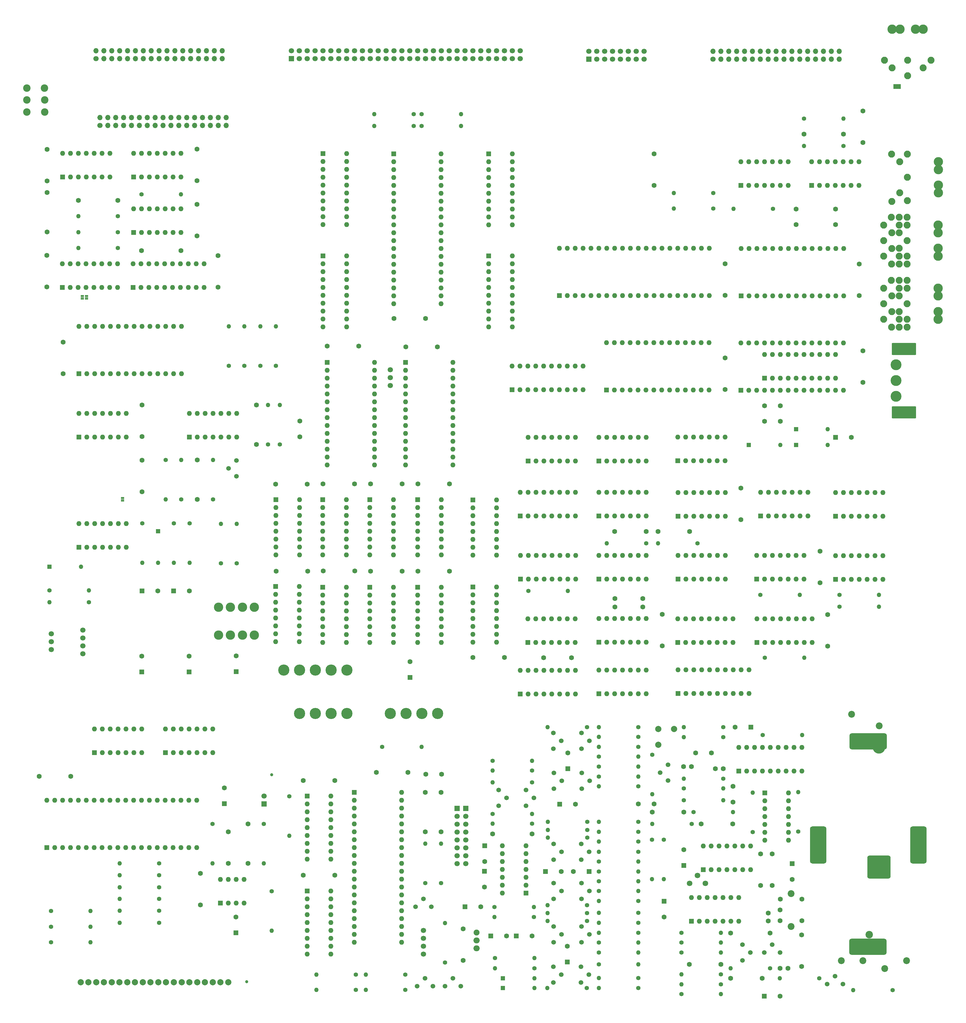
<source format=gbr>
%TF.GenerationSoftware,KiCad,Pcbnew,9.0.6*%
%TF.CreationDate,2025-11-01T23:52:33+00:00*%
%TF.ProjectId,EinsteinTC01,45696e73-7465-4696-9e54-4330312e6b69,rev?*%
%TF.SameCoordinates,Original*%
%TF.FileFunction,Soldermask,Top*%
%TF.FilePolarity,Negative*%
%FSLAX46Y46*%
G04 Gerber Fmt 4.6, Leading zero omitted, Abs format (unit mm)*
G04 Created by KiCad (PCBNEW 9.0.6) date 2025-11-01 23:52:33*
%MOMM*%
%LPD*%
G01*
G04 APERTURE LIST*
G04 Aperture macros list*
%AMRoundRect*
0 Rectangle with rounded corners*
0 $1 Rounding radius*
0 $2 $3 $4 $5 $6 $7 $8 $9 X,Y pos of 4 corners*
0 Add a 4 corners polygon primitive as box body*
4,1,4,$2,$3,$4,$5,$6,$7,$8,$9,$2,$3,0*
0 Add four circle primitives for the rounded corners*
1,1,$1+$1,$2,$3*
1,1,$1+$1,$4,$5*
1,1,$1+$1,$6,$7*
1,1,$1+$1,$8,$9*
0 Add four rect primitives between the rounded corners*
20,1,$1+$1,$2,$3,$4,$5,0*
20,1,$1+$1,$4,$5,$6,$7,0*
20,1,$1+$1,$6,$7,$8,$9,0*
20,1,$1+$1,$8,$9,$2,$3,0*%
G04 Aperture macros list end*
%ADD10C,1.600000*%
%ADD11C,1.700000*%
%ADD12O,1.700000X1.700000*%
%ADD13R,1.600000X1.600000*%
%ADD14O,1.600000X1.600000*%
%ADD15R,1.700000X1.700000*%
%ADD16C,1.400000*%
%ADD17O,1.400000X1.400000*%
%ADD18R,1.000000X0.600000*%
%ADD19C,1.500000*%
%ADD20C,1.000000*%
%ADD21R,1.400000X1.400000*%
%ADD22C,3.600000*%
%ADD23C,2.250000*%
%ADD24C,3.000000*%
%ADD25C,2.200000*%
%ADD26C,1.800000*%
%ADD27C,1.905000*%
%ADD28O,2.000000X1.905000*%
%ADD29C,2.400000*%
%ADD30RoundRect,0.787500X5.212500X1.837500X-5.212500X1.837500X-5.212500X-1.837500X5.212500X-1.837500X0*%
%ADD31RoundRect,0.781250X2.968750X2.968750X-2.968750X2.968750X-2.968750X-2.968750X2.968750X-2.968750X0*%
%ADD32RoundRect,0.787500X1.837500X-5.212500X1.837500X5.212500X-1.837500X5.212500X-1.837500X-5.212500X0*%
%ADD33C,4.000000*%
%ADD34R,1.000000X1.500000*%
%ADD35C,2.000000*%
%ADD36C,3.500000*%
%ADD37RoundRect,0.275000X-3.650000X1.650000X-3.650000X-1.650000X3.650000X-1.650000X3.650000X1.650000X0*%
G04 APERTURE END LIST*
%TO.C,JP3*%
G36*
X113825000Y-109625000D02*
G01*
X112825000Y-109625000D01*
X112825000Y-109925000D01*
X113825000Y-109925000D01*
X113825000Y-109625000D01*
G37*
%TO.C,JP1*%
G36*
X124400000Y-174975000D02*
G01*
X125400000Y-174975000D01*
X125400000Y-174675000D01*
X124400000Y-174675000D01*
X124400000Y-174975000D01*
G37*
%TO.C,JP6*%
G36*
X374100000Y-41175000D02*
G01*
X374400000Y-41175000D01*
X374400000Y-42675000D01*
X374100000Y-42675000D01*
X374100000Y-41175000D01*
G37*
%TO.C,JP2*%
G36*
X112425000Y-109625000D02*
G01*
X111425000Y-109625000D01*
X111425000Y-109925000D01*
X112425000Y-109925000D01*
X112425000Y-109625000D01*
G37*
%TD*%
D10*
%TO.C,C5*%
X158930000Y-292070000D03*
X158930000Y-281910000D03*
%TD*%
D11*
%TO.C,M1*%
X314980000Y-33080000D03*
D12*
X314980000Y-30540000D03*
X317520000Y-33080000D03*
X317520000Y-30540000D03*
X320060000Y-33080000D03*
X320060000Y-30540000D03*
X322600000Y-33080000D03*
X322600000Y-30540000D03*
X325140000Y-33080000D03*
X325140000Y-30540000D03*
X327680000Y-33080000D03*
X327680000Y-30540000D03*
X330220000Y-33080000D03*
X330220000Y-30540000D03*
X332760000Y-33080000D03*
X332760000Y-30540000D03*
X335300000Y-33080000D03*
X335300000Y-30540000D03*
X337840000Y-33080000D03*
X337840000Y-30540000D03*
X340380000Y-33080000D03*
X340380000Y-30540000D03*
X342920000Y-33080000D03*
X342920000Y-30540000D03*
X345460000Y-33080000D03*
X345460000Y-30540000D03*
X348000000Y-33080000D03*
X348000000Y-30540000D03*
X350540000Y-33080000D03*
X350540000Y-30540000D03*
X353080000Y-33080000D03*
X353080000Y-30540000D03*
X355620000Y-33080000D03*
X355620000Y-30540000D03*
%TD*%
D13*
%TO.C,I26*%
X252920000Y-180170000D03*
D14*
X255460000Y-180170000D03*
X258000000Y-180170000D03*
X260540000Y-180170000D03*
X263080000Y-180170000D03*
X265620000Y-180170000D03*
X268160000Y-180170000D03*
X270700000Y-180170000D03*
X270700000Y-172550000D03*
X268160000Y-172550000D03*
X265620000Y-172550000D03*
X263080000Y-172550000D03*
X260540000Y-172550000D03*
X258000000Y-172550000D03*
X255460000Y-172550000D03*
X252920000Y-172550000D03*
%TD*%
D15*
%TO.C,M101*%
X235360000Y-274297500D03*
D11*
X235360000Y-276837500D03*
X235360000Y-279377500D03*
X235360000Y-281917500D03*
X235360000Y-284457500D03*
X235360000Y-286997500D03*
X235360000Y-289537500D03*
X235360000Y-292077500D03*
%TD*%
D16*
%TO.C,R61*%
X172900000Y-301000000D03*
D17*
X172900000Y-313700000D03*
%TD*%
D13*
%TO.C,I66*%
X255390000Y-220870000D03*
D14*
X257930000Y-220870000D03*
X260470000Y-220870000D03*
X263010000Y-220870000D03*
X265550000Y-220870000D03*
X268090000Y-220870000D03*
X270630000Y-220870000D03*
X270630000Y-213250000D03*
X268090000Y-213250000D03*
X265550000Y-213250000D03*
X263010000Y-213250000D03*
X260470000Y-213250000D03*
X257930000Y-213250000D03*
X255390000Y-213250000D03*
%TD*%
D18*
%TO.C,JP3*%
X113325000Y-109325000D03*
X113325000Y-110225000D03*
%TD*%
D19*
%TO.C,Q116*%
X272615000Y-312370000D03*
X275155000Y-314910000D03*
X272615000Y-317450000D03*
%TD*%
D16*
%TO.C,R24*%
X215930000Y-332770000D03*
D17*
X203230000Y-332770000D03*
%TD*%
D16*
%TO.C,R175*%
X318280000Y-251370000D03*
D17*
X305580000Y-251370000D03*
%TD*%
D13*
%TO.C,I6*%
X237700000Y-203070000D03*
D14*
X237700000Y-205610000D03*
X237700000Y-208150000D03*
X237700000Y-210690000D03*
X237700000Y-213230000D03*
X237700000Y-215770000D03*
X237700000Y-218310000D03*
X237700000Y-220850000D03*
X245320000Y-220850000D03*
X245320000Y-218310000D03*
X245320000Y-215770000D03*
X245320000Y-213230000D03*
X245320000Y-210690000D03*
X245320000Y-208150000D03*
X245320000Y-205610000D03*
X245320000Y-203070000D03*
%TD*%
D10*
%TO.C,C45*%
X351880000Y-222090000D03*
X351880000Y-211930000D03*
%TD*%
%TO.C,C3*%
X149990000Y-305390000D03*
X149990000Y-295230000D03*
%TD*%
D13*
%TO.C,I3*%
X242730000Y-63590000D03*
D14*
X242730000Y-66130000D03*
X242730000Y-68670000D03*
X242730000Y-71210000D03*
X242730000Y-73750000D03*
X242730000Y-76290000D03*
X242730000Y-78830000D03*
X242730000Y-81370000D03*
X242730000Y-83910000D03*
X242730000Y-86450000D03*
X250350000Y-86450000D03*
X250350000Y-83910000D03*
X250350000Y-81370000D03*
X250350000Y-78830000D03*
X250350000Y-76290000D03*
X250350000Y-73750000D03*
X250350000Y-71210000D03*
X250350000Y-68670000D03*
X250350000Y-66130000D03*
X250350000Y-63590000D03*
%TD*%
D10*
%TO.C,C46*%
X298650000Y-222000000D03*
X298650000Y-211840000D03*
%TD*%
%TO.C,C52*%
X318860000Y-139460000D03*
X318860000Y-129300000D03*
%TD*%
D13*
%TO.C,I32*%
X330320000Y-180188000D03*
D14*
X332860000Y-180188000D03*
X335400000Y-180188000D03*
X337940000Y-180188000D03*
X340480000Y-180188000D03*
X343020000Y-180188000D03*
X345560000Y-180188000D03*
X345560000Y-172568000D03*
X343020000Y-172568000D03*
X340480000Y-172568000D03*
X337940000Y-172568000D03*
X335400000Y-172568000D03*
X332860000Y-172568000D03*
X330320000Y-172568000D03*
%TD*%
D20*
%TO.C,TP2*%
X172925000Y-263525000D03*
%TD*%
D21*
%TO.C,D2*%
X341730000Y-157330000D03*
D17*
X351890000Y-157330000D03*
%TD*%
D16*
%TO.C,R13*%
X136680000Y-299710000D03*
D17*
X123980000Y-299710000D03*
%TD*%
D13*
%TO.C,I52*%
X110870000Y-190250000D03*
D14*
X113410000Y-190250000D03*
X115950000Y-190250000D03*
X118490000Y-190250000D03*
X121030000Y-190250000D03*
X123570000Y-190250000D03*
X126110000Y-190250000D03*
X126110000Y-182630000D03*
X123570000Y-182630000D03*
X121030000Y-182630000D03*
X118490000Y-182630000D03*
X115950000Y-182630000D03*
X113410000Y-182630000D03*
X110870000Y-182630000D03*
%TD*%
D16*
%TO.C,R22*%
X200010000Y-332770000D03*
D17*
X187310000Y-332770000D03*
%TD*%
D16*
%TO.C,R19*%
X228720000Y-323980000D03*
D17*
X228720000Y-311280000D03*
%TD*%
D10*
%TO.C,X100*%
X314440000Y-256450000D03*
X309360000Y-256450000D03*
%TD*%
D19*
%TO.C,Q111*%
X272500000Y-325270000D03*
X275040000Y-327810000D03*
X272500000Y-330350000D03*
%TD*%
D10*
%TO.C,C35*%
X199610000Y-169870000D03*
X189450000Y-169870000D03*
%TD*%
%TO.C,X2*%
X181970000Y-154710000D03*
X181970000Y-149630000D03*
%TD*%
D16*
%TO.C,R36*%
X143830000Y-174880000D03*
D17*
X143830000Y-162180000D03*
%TD*%
D16*
%TO.C,R23*%
X200010000Y-327840000D03*
D17*
X187310000Y-327840000D03*
%TD*%
D13*
%TO.C,I38*%
X199540000Y-269170000D03*
D14*
X199540000Y-271710000D03*
X199540000Y-274250000D03*
X199540000Y-276790000D03*
X199540000Y-279330000D03*
X199540000Y-281870000D03*
X199540000Y-284410000D03*
X199540000Y-286950000D03*
X199540000Y-289490000D03*
X199540000Y-292030000D03*
X199540000Y-294570000D03*
X199540000Y-297110000D03*
X199540000Y-299650000D03*
X199540000Y-302190000D03*
X199540000Y-304730000D03*
X199540000Y-307270000D03*
X199540000Y-309810000D03*
X199540000Y-312350000D03*
X199540000Y-314890000D03*
X199540000Y-317430000D03*
X214780000Y-317430000D03*
X214780000Y-314890000D03*
X214780000Y-312350000D03*
X214780000Y-309810000D03*
X214780000Y-307270000D03*
X214780000Y-304730000D03*
X214780000Y-302190000D03*
X214780000Y-299650000D03*
X214780000Y-297110000D03*
X214780000Y-294570000D03*
X214780000Y-292030000D03*
X214780000Y-289490000D03*
X214780000Y-286950000D03*
X214780000Y-284410000D03*
X214780000Y-281870000D03*
X214780000Y-279330000D03*
X214780000Y-276790000D03*
X214780000Y-274250000D03*
X214780000Y-271710000D03*
X214780000Y-269170000D03*
%TD*%
D18*
%TO.C,JP1*%
X124900000Y-175275000D03*
X124900000Y-174375000D03*
%TD*%
D16*
%TO.C,R128*%
X290930000Y-278660000D03*
D17*
X278230000Y-278660000D03*
%TD*%
D16*
%TO.C,R142*%
X290930000Y-288280000D03*
D17*
X278230000Y-288280000D03*
%TD*%
D13*
%TO.C,C25*%
X141370000Y-204330000D03*
D10*
X146450000Y-204330000D03*
%TD*%
D13*
%TO.C,I21*%
X303710000Y-200540000D03*
D14*
X306250000Y-200540000D03*
X308790000Y-200540000D03*
X311330000Y-200540000D03*
X313870000Y-200540000D03*
X316410000Y-200540000D03*
X318950000Y-200540000D03*
X318950000Y-192920000D03*
X316410000Y-192920000D03*
X313870000Y-192920000D03*
X311330000Y-192920000D03*
X308790000Y-192920000D03*
X306250000Y-192920000D03*
X303710000Y-192920000D03*
%TD*%
D21*
%TO.C,D3*%
X326460000Y-157330000D03*
D17*
X336620000Y-157330000D03*
%TD*%
D10*
%TO.C,C122*%
X332800000Y-308050000D03*
X332800000Y-310590000D03*
%TD*%
D16*
%TO.C,R40*%
X161620000Y-195405000D03*
D17*
X161620000Y-182705000D03*
%TD*%
D19*
%TO.C,Q120*%
X263690000Y-312370000D03*
X266230000Y-314910000D03*
X263690000Y-317450000D03*
%TD*%
D22*
%TO.C,M8*%
X181870000Y-243770000D03*
X186950000Y-243770000D03*
X192030000Y-243770000D03*
X197110000Y-243770000D03*
%TD*%
D16*
%TO.C,R143*%
X278260000Y-257680000D03*
D17*
X290960000Y-257680000D03*
%TD*%
D13*
%TO.C,I37*%
X156400000Y-304790000D03*
D14*
X158940000Y-304790000D03*
X161480000Y-304790000D03*
X164020000Y-304790000D03*
X164020000Y-297170000D03*
X161480000Y-297170000D03*
X158940000Y-297170000D03*
X156400000Y-297170000D03*
%TD*%
D13*
%TO.C,I17*%
X255460000Y-162470000D03*
D14*
X258000000Y-162470000D03*
X260540000Y-162470000D03*
X263080000Y-162470000D03*
X265620000Y-162470000D03*
X268160000Y-162470000D03*
X270700000Y-162470000D03*
X270700000Y-154850000D03*
X268160000Y-154850000D03*
X265620000Y-154850000D03*
X263080000Y-154850000D03*
X260540000Y-154850000D03*
X258000000Y-154850000D03*
X255460000Y-154850000D03*
%TD*%
D21*
%TO.C,D4*%
X136310000Y-185070000D03*
D17*
X136310000Y-195230000D03*
%TD*%
D16*
%TO.C,R10*%
X101900000Y-317420000D03*
D17*
X114600000Y-317420000D03*
%TD*%
D16*
%TO.C,R2*%
X218600000Y-50820000D03*
D17*
X205900000Y-50820000D03*
%TD*%
D16*
%TO.C,R167*%
X308130000Y-279350000D03*
D17*
X295430000Y-279350000D03*
%TD*%
D16*
%TO.C,R30*%
X169240000Y-131850000D03*
D17*
X169240000Y-119150000D03*
%TD*%
D10*
%TO.C,C41*%
X323980000Y-181410000D03*
X323980000Y-171250000D03*
%TD*%
D13*
%TO.C,I40*%
X184330000Y-270390000D03*
D14*
X184330000Y-272930000D03*
X184330000Y-275470000D03*
X184330000Y-278010000D03*
X184330000Y-280550000D03*
X184330000Y-283090000D03*
X184330000Y-285630000D03*
X184330000Y-288170000D03*
X184330000Y-290710000D03*
X191950000Y-290710000D03*
X191950000Y-288170000D03*
X191950000Y-285630000D03*
X191950000Y-283090000D03*
X191950000Y-280550000D03*
X191950000Y-278010000D03*
X191950000Y-275470000D03*
X191950000Y-272930000D03*
X191950000Y-270390000D03*
%TD*%
D13*
%TO.C,I54*%
X278280000Y-220860000D03*
D14*
X280820000Y-220860000D03*
X283360000Y-220860000D03*
X285900000Y-220860000D03*
X288440000Y-220860000D03*
X290980000Y-220860000D03*
X293520000Y-220860000D03*
X293520000Y-213240000D03*
X290980000Y-213240000D03*
X288440000Y-213240000D03*
X285900000Y-213240000D03*
X283360000Y-213240000D03*
X280820000Y-213240000D03*
X278280000Y-213240000D03*
%TD*%
D10*
%TO.C,C120*%
X333390000Y-314450000D03*
X320690000Y-314450000D03*
%TD*%
D16*
%TO.C,R14*%
X136680000Y-295850000D03*
D17*
X123980000Y-295850000D03*
%TD*%
D13*
%TO.C,I15*%
X174270000Y-174970000D03*
D14*
X174270000Y-177510000D03*
X174270000Y-180050000D03*
X174270000Y-182590000D03*
X174270000Y-185130000D03*
X174270000Y-187670000D03*
X174270000Y-190210000D03*
X174270000Y-192750000D03*
X181890000Y-192750000D03*
X181890000Y-190210000D03*
X181890000Y-187670000D03*
X181890000Y-185130000D03*
X181890000Y-182590000D03*
X181890000Y-180050000D03*
X181890000Y-177510000D03*
X181890000Y-174970000D03*
%TD*%
D13*
%TO.C,I5*%
X242750000Y-96470000D03*
D14*
X242750000Y-99010000D03*
X242750000Y-101550000D03*
X242750000Y-104090000D03*
X242750000Y-106630000D03*
X242750000Y-109170000D03*
X242750000Y-111710000D03*
X242750000Y-114250000D03*
X242750000Y-116790000D03*
X242750000Y-119330000D03*
X250370000Y-119330000D03*
X250370000Y-116790000D03*
X250370000Y-114250000D03*
X250370000Y-111710000D03*
X250370000Y-109170000D03*
X250370000Y-106630000D03*
X250370000Y-104090000D03*
X250370000Y-101550000D03*
X250370000Y-99010000D03*
X250370000Y-96470000D03*
%TD*%
D10*
%TO.C,C28*%
X131160000Y-154640000D03*
X131160000Y-144480000D03*
%TD*%
D19*
%TO.C,Q1*%
X228710000Y-331570000D03*
X231250000Y-329030000D03*
X233790000Y-331570000D03*
%TD*%
D11*
%TO.C,M12*%
X101960000Y-218110000D03*
X101960000Y-220650000D03*
X101960000Y-223190000D03*
%TD*%
D10*
%TO.C,J50*%
X283440000Y-206790000D03*
X292400000Y-206790000D03*
%TD*%
D13*
%TO.C,C112*%
X261080000Y-294660000D03*
D10*
X266160000Y-294660000D03*
%TD*%
%TO.C,C33*%
X214870000Y-169870000D03*
X204710000Y-169870000D03*
%TD*%
D21*
%TO.C,D1*%
X341730000Y-152260000D03*
D17*
X351890000Y-152260000D03*
%TD*%
D16*
%TO.C,R56*%
X123360000Y-83700000D03*
D17*
X110660000Y-83700000D03*
%TD*%
D13*
%TO.C,I58*%
X280710000Y-139640000D03*
D14*
X283250000Y-139640000D03*
X285790000Y-139640000D03*
X288330000Y-139640000D03*
X290870000Y-139640000D03*
X293410000Y-139640000D03*
X295950000Y-139640000D03*
X298490000Y-139640000D03*
X301030000Y-139640000D03*
X303570000Y-139640000D03*
X306110000Y-139640000D03*
X308650000Y-139640000D03*
X311190000Y-139640000D03*
X313730000Y-139640000D03*
X313730000Y-124400000D03*
X311190000Y-124400000D03*
X308650000Y-124400000D03*
X306110000Y-124400000D03*
X303570000Y-124400000D03*
X301030000Y-124400000D03*
X298490000Y-124400000D03*
X295950000Y-124400000D03*
X293410000Y-124400000D03*
X290870000Y-124400000D03*
X288330000Y-124400000D03*
X285790000Y-124400000D03*
X283250000Y-124400000D03*
X280710000Y-124400000D03*
%TD*%
D16*
%TO.C,R101*%
X257510000Y-325800000D03*
D17*
X244810000Y-325800000D03*
%TD*%
D10*
%TO.C,C40*%
X295990000Y-73800000D03*
X295990000Y-63640000D03*
%TD*%
D16*
%TO.C,R168*%
X330970000Y-250720000D03*
D17*
X343670000Y-250720000D03*
%TD*%
D10*
%TO.C,C106*%
X244040000Y-282510000D03*
X256740000Y-282510000D03*
%TD*%
D23*
%TO.C,M16*%
X370170000Y-33435000D03*
X372670000Y-35935000D03*
X377670000Y-33435000D03*
X382670000Y-35935000D03*
X385170000Y-33435000D03*
X377670000Y-38435000D03*
D24*
X372670000Y-23435000D03*
X375170000Y-23435000D03*
X380170000Y-23435000D03*
X382670000Y-23435000D03*
%TD*%
D23*
%TO.C,M15*%
X377450000Y-84035000D03*
X377450000Y-86535000D03*
X369950000Y-86535000D03*
X377450000Y-91535000D03*
X369950000Y-91535000D03*
X377450000Y-96535000D03*
X369950000Y-96535000D03*
X377450000Y-99035000D03*
X374950000Y-86535000D03*
X374950000Y-89035000D03*
X372570000Y-89035000D03*
X374950000Y-94035000D03*
X372570000Y-94055000D03*
X374950000Y-96535000D03*
X374950000Y-84035000D03*
X372430000Y-84035000D03*
X374950000Y-99035000D03*
X372450000Y-99035000D03*
D24*
X387450000Y-86535000D03*
X387450000Y-89035000D03*
X387450000Y-94035000D03*
X387450000Y-96535000D03*
%TD*%
D16*
%TO.C,R123*%
X290930000Y-332180000D03*
D17*
X278230000Y-332180000D03*
%TD*%
D16*
%TO.C,R161*%
X317520000Y-327720000D03*
D17*
X304820000Y-327720000D03*
%TD*%
D10*
%TO.C,C70*%
X143675000Y-94725000D03*
X130975000Y-94725000D03*
%TD*%
D21*
%TO.C,D101*%
X247350000Y-329000000D03*
D17*
X257510000Y-329000000D03*
%TD*%
D13*
%TO.C,I103*%
X308010000Y-310660000D03*
D14*
X310550000Y-310660000D03*
X313090000Y-310660000D03*
X315630000Y-310660000D03*
X318170000Y-310660000D03*
X320710000Y-310660000D03*
X323250000Y-310660000D03*
X323250000Y-303040000D03*
X320710000Y-303040000D03*
X318170000Y-303040000D03*
X315630000Y-303040000D03*
X313090000Y-303040000D03*
X310550000Y-303040000D03*
X308010000Y-303040000D03*
%TD*%
D13*
%TO.C,I14*%
X189350000Y-203110000D03*
D14*
X189350000Y-205650000D03*
X189350000Y-208190000D03*
X189350000Y-210730000D03*
X189350000Y-213270000D03*
X189350000Y-215810000D03*
X189350000Y-218350000D03*
X189350000Y-220890000D03*
X196970000Y-220890000D03*
X196970000Y-218350000D03*
X196970000Y-215810000D03*
X196970000Y-213270000D03*
X196970000Y-210730000D03*
X196970000Y-208190000D03*
X196970000Y-205650000D03*
X196970000Y-203110000D03*
%TD*%
D19*
%TO.C,Q109*%
X254795000Y-268390000D03*
X257335000Y-270930000D03*
X254795000Y-273470000D03*
%TD*%
D10*
%TO.C,J52*%
X269440000Y-225800000D03*
X260480000Y-225800000D03*
%TD*%
D19*
%TO.C,Q113*%
X263685000Y-298420000D03*
X266225000Y-300960000D03*
X263685000Y-303500000D03*
%TD*%
D16*
%TO.C,R157*%
X290960000Y-248140000D03*
D17*
X278260000Y-248140000D03*
%TD*%
D16*
%TO.C,R52*%
X114060000Y-207950000D03*
D17*
X101360000Y-207950000D03*
%TD*%
D11*
%TO.C,M17*%
X112100000Y-216930000D03*
X112100000Y-219470000D03*
X112100000Y-222010000D03*
X112100000Y-224550000D03*
%TD*%
D13*
%TO.C,I102*%
X331630000Y-269380000D03*
D14*
X331630000Y-271920000D03*
X331630000Y-274460000D03*
X331630000Y-277000000D03*
X331630000Y-279540000D03*
X331630000Y-282080000D03*
X331630000Y-284620000D03*
X339250000Y-284620000D03*
X339250000Y-282080000D03*
X339250000Y-279540000D03*
X339250000Y-277000000D03*
X339250000Y-274460000D03*
X339250000Y-271920000D03*
X339250000Y-269380000D03*
%TD*%
D10*
%TO.C,C128*%
X343560000Y-315090000D03*
X343560000Y-325250000D03*
%TD*%
D13*
%TO.C,C121*%
X327160000Y-248180000D03*
D10*
X322080000Y-248180000D03*
%TD*%
D13*
%TO.C,I7*%
X237710000Y-175050000D03*
D14*
X237710000Y-177590000D03*
X237710000Y-180130000D03*
X237710000Y-182670000D03*
X237710000Y-185210000D03*
X237710000Y-187750000D03*
X237710000Y-190290000D03*
X237710000Y-192830000D03*
X245330000Y-192830000D03*
X245330000Y-190290000D03*
X245330000Y-187750000D03*
X245330000Y-185210000D03*
X245330000Y-182670000D03*
X245330000Y-180130000D03*
X245330000Y-177590000D03*
X245330000Y-175050000D03*
%TD*%
D16*
%TO.C,R172*%
X299160000Y-284440000D03*
D17*
X299160000Y-297140000D03*
%TD*%
D13*
%TO.C,C6*%
X157670000Y-272840000D03*
D10*
X157670000Y-267760000D03*
%TD*%
D15*
%TO.C,M100*%
X232600000Y-274297500D03*
D11*
X232600000Y-276837500D03*
X232600000Y-279377500D03*
X232600000Y-281917500D03*
X232600000Y-284457500D03*
X232600000Y-286997500D03*
X232600000Y-289537500D03*
X232600000Y-292077500D03*
%TD*%
D10*
%TO.C,C130*%
X315740000Y-261580000D03*
X318280000Y-261580000D03*
%TD*%
%TO.C,C1*%
X283330000Y-185210000D03*
X293490000Y-185210000D03*
%TD*%
D16*
%TO.C,R60*%
X178620000Y-270400000D03*
D17*
X178620000Y-283100000D03*
%TD*%
D10*
%TO.C,C60*%
X148830000Y-72220000D03*
X148830000Y-62060000D03*
%TD*%
%TO.C,C54*%
X363240000Y-137150000D03*
X363240000Y-126990000D03*
%TD*%
%TO.C,C15*%
X356960000Y-57290000D03*
X344260000Y-57290000D03*
%TD*%
%TO.C,L101*%
X343600000Y-310520000D03*
X336575000Y-307020000D03*
X336625000Y-303520000D03*
X343600000Y-303520000D03*
X336600000Y-310520000D03*
D25*
X340100000Y-312370000D03*
X340100000Y-301770000D03*
%TD*%
D16*
%TO.C,R138*%
X278230000Y-317500000D03*
D17*
X290930000Y-317500000D03*
%TD*%
D16*
%TO.C,R166*%
X308750000Y-275550000D03*
D17*
X321450000Y-275550000D03*
%TD*%
D10*
%TO.C,X1*%
X222510000Y-263360000D03*
X227590000Y-263360000D03*
%TD*%
%TO.C,C17*%
X354440000Y-86390000D03*
X341740000Y-86390000D03*
%TD*%
D19*
%TO.C,Q114*%
X263760000Y-262890000D03*
X266300000Y-265430000D03*
X263760000Y-267970000D03*
%TD*%
D13*
%TO.C,C108*%
X251620000Y-315410000D03*
D10*
X256700000Y-315410000D03*
%TD*%
%TO.C,C56*%
X193240000Y-265320000D03*
X183080000Y-265320000D03*
%TD*%
D19*
%TO.C,Q123*%
X324460000Y-318160000D03*
X327000000Y-320700000D03*
X324460000Y-323240000D03*
%TD*%
D16*
%TO.C,R26*%
X227440000Y-298410000D03*
D17*
X227440000Y-285710000D03*
%TD*%
D13*
%TO.C,I22*%
X278250000Y-162470000D03*
D14*
X280790000Y-162470000D03*
X283330000Y-162470000D03*
X285870000Y-162470000D03*
X288410000Y-162470000D03*
X290950000Y-162470000D03*
X293490000Y-162470000D03*
X293490000Y-154850000D03*
X290950000Y-154850000D03*
X288410000Y-154850000D03*
X285870000Y-154850000D03*
X283330000Y-154850000D03*
X280790000Y-154850000D03*
X278250000Y-154850000D03*
%TD*%
D23*
%TO.C,M13*%
X372490000Y-63650000D03*
X372570000Y-78890000D03*
X377570000Y-71150000D03*
X375070000Y-76150000D03*
X375070000Y-66150000D03*
X377570000Y-63650000D03*
X377570000Y-78650000D03*
D24*
X387570000Y-66150000D03*
X387570000Y-68650000D03*
X387570000Y-73650000D03*
X387570000Y-76150000D03*
%TD*%
D16*
%TO.C,R15*%
X136680000Y-292050000D03*
D17*
X123980000Y-292050000D03*
%TD*%
D13*
%TO.C,I16*%
X174220000Y-202900000D03*
D14*
X174220000Y-205440000D03*
X174220000Y-207980000D03*
X174220000Y-210520000D03*
X174220000Y-213060000D03*
X174220000Y-215600000D03*
X174220000Y-218140000D03*
X174220000Y-220680000D03*
X181840000Y-220680000D03*
X181840000Y-218140000D03*
X181840000Y-215600000D03*
X181840000Y-213060000D03*
X181840000Y-210520000D03*
X181840000Y-207980000D03*
X181840000Y-205440000D03*
X181840000Y-202900000D03*
%TD*%
D10*
%TO.C,M50*%
X363210000Y-59960000D03*
X363210000Y-49800000D03*
%TD*%
D19*
%TO.C,Q2*%
X219760000Y-331570000D03*
X222300000Y-329030000D03*
X224840000Y-331570000D03*
%TD*%
D13*
%TO.C,I57*%
X303700000Y-237300000D03*
D14*
X306240000Y-237300000D03*
X308780000Y-237300000D03*
X311320000Y-237300000D03*
X313860000Y-237300000D03*
X316400000Y-237300000D03*
X318940000Y-237300000D03*
X321480000Y-237300000D03*
X324020000Y-237300000D03*
X326560000Y-237300000D03*
X326560000Y-229680000D03*
X324020000Y-229680000D03*
X321480000Y-229680000D03*
X318940000Y-229680000D03*
X316400000Y-229680000D03*
X313860000Y-229680000D03*
X311320000Y-229680000D03*
X308780000Y-229680000D03*
X306240000Y-229680000D03*
X303700000Y-229680000D03*
%TD*%
D13*
%TO.C,I48*%
X110870000Y-154780000D03*
D14*
X113410000Y-154780000D03*
X115950000Y-154780000D03*
X118490000Y-154780000D03*
X121030000Y-154780000D03*
X123570000Y-154780000D03*
X126110000Y-154780000D03*
X126110000Y-147160000D03*
X123570000Y-147160000D03*
X121030000Y-147160000D03*
X118490000Y-147160000D03*
X115950000Y-147160000D03*
X113410000Y-147160000D03*
X110870000Y-147160000D03*
%TD*%
D13*
%TO.C,C23*%
X146350000Y-230350000D03*
D10*
X146350000Y-225270000D03*
%TD*%
D13*
%TO.C,I41*%
X184330000Y-300950000D03*
D14*
X184330000Y-303490000D03*
X184330000Y-306030000D03*
X184330000Y-308570000D03*
X184330000Y-311110000D03*
X184330000Y-313650000D03*
X184330000Y-316190000D03*
X184330000Y-318730000D03*
X184330000Y-321270000D03*
X191950000Y-321270000D03*
X191950000Y-318730000D03*
X191950000Y-316190000D03*
X191950000Y-313650000D03*
X191950000Y-311110000D03*
X191950000Y-308570000D03*
X191950000Y-306030000D03*
X191950000Y-303490000D03*
X191950000Y-300950000D03*
%TD*%
D10*
%TO.C,C48*%
X100490000Y-106470000D03*
X100490000Y-96310000D03*
%TD*%
D13*
%TO.C,I8*%
X219900000Y-174970000D03*
D14*
X219900000Y-177510000D03*
X219900000Y-180050000D03*
X219900000Y-182590000D03*
X219900000Y-185130000D03*
X219900000Y-187670000D03*
X219900000Y-190210000D03*
X219900000Y-192750000D03*
X227520000Y-192750000D03*
X227520000Y-190210000D03*
X227520000Y-187670000D03*
X227520000Y-185130000D03*
X227520000Y-182590000D03*
X227520000Y-180050000D03*
X227520000Y-177510000D03*
X227520000Y-174970000D03*
%TD*%
D16*
%TO.C,R177*%
X349200000Y-328990000D03*
D17*
X336500000Y-328990000D03*
%TD*%
D16*
%TO.C,R144*%
X290960000Y-254500000D03*
D17*
X278260000Y-254500000D03*
%TD*%
D19*
%TO.C,Q108*%
X245985000Y-268390000D03*
X248525000Y-270930000D03*
X245985000Y-273470000D03*
%TD*%
D16*
%TO.C,R160*%
X327730000Y-281990000D03*
D17*
X327730000Y-269290000D03*
%TD*%
D10*
%TO.C,C50*%
X155650000Y-106520000D03*
X155650000Y-96360000D03*
%TD*%
D24*
%TO.C,M51*%
X155810000Y-218530000D03*
X159620000Y-218530000D03*
X163480000Y-218530000D03*
X167340000Y-218530000D03*
X167340000Y-209570000D03*
X163480000Y-209570000D03*
X159620000Y-209570000D03*
X155810000Y-209570000D03*
%TD*%
D13*
%TO.C,I10*%
X219900000Y-203110000D03*
D14*
X219900000Y-205650000D03*
X219900000Y-208190000D03*
X219900000Y-210730000D03*
X219900000Y-213270000D03*
X219900000Y-215810000D03*
X219900000Y-218350000D03*
X219900000Y-220890000D03*
X227520000Y-220890000D03*
X227520000Y-218350000D03*
X227520000Y-215810000D03*
X227520000Y-213270000D03*
X227520000Y-210730000D03*
X227520000Y-208190000D03*
X227520000Y-205650000D03*
X227520000Y-203110000D03*
%TD*%
D16*
%TO.C,R7*%
X255510000Y-204280000D03*
D17*
X268210000Y-204280000D03*
%TD*%
D16*
%TO.C,R162*%
X304820000Y-320720000D03*
D17*
X317520000Y-320720000D03*
%TD*%
D10*
%TO.C,C114*%
X334060000Y-299130000D03*
X334060000Y-288970000D03*
%TD*%
D16*
%TO.C,R53*%
X146500000Y-182530000D03*
D17*
X146500000Y-195230000D03*
%TD*%
D13*
%TO.C,I13*%
X189350000Y-174970000D03*
D14*
X189350000Y-177510000D03*
X189350000Y-180050000D03*
X189350000Y-182590000D03*
X189350000Y-185130000D03*
X189350000Y-187670000D03*
X189350000Y-190210000D03*
X189350000Y-192750000D03*
X196970000Y-192750000D03*
X196970000Y-190210000D03*
X196970000Y-187670000D03*
X196970000Y-185130000D03*
X196970000Y-182590000D03*
X196970000Y-180050000D03*
X196970000Y-177510000D03*
X196970000Y-174970000D03*
%TD*%
D13*
%TO.C,I104*%
X311870000Y-294100000D03*
D14*
X314410000Y-294100000D03*
X316950000Y-294100000D03*
X319490000Y-294100000D03*
X322030000Y-294100000D03*
X324570000Y-294100000D03*
X327110000Y-294100000D03*
X327110000Y-286480000D03*
X324570000Y-286480000D03*
X322030000Y-286480000D03*
X319490000Y-286480000D03*
X316950000Y-286480000D03*
X314410000Y-286480000D03*
X311870000Y-286480000D03*
%TD*%
D16*
%TO.C,R148*%
X290930000Y-285020000D03*
D17*
X278230000Y-285020000D03*
%TD*%
D16*
%TO.C,R43*%
X131020000Y-76630000D03*
D17*
X143720000Y-76630000D03*
%TD*%
D16*
%TO.C,R133*%
X274440000Y-305460000D03*
D17*
X261740000Y-305460000D03*
%TD*%
D10*
%TO.C,C61*%
X100570000Y-72320000D03*
X100570000Y-62160000D03*
%TD*%
D16*
%TO.C,R170*%
X305580000Y-267910000D03*
D17*
X318280000Y-267910000D03*
%TD*%
D10*
%TO.C,C37*%
X184380000Y-169940000D03*
X174220000Y-169940000D03*
%TD*%
D16*
%TO.C,R173*%
X318280000Y-264750000D03*
D17*
X305580000Y-264750000D03*
%TD*%
D16*
%TO.C,R153*%
X290930000Y-307950000D03*
D17*
X278230000Y-307950000D03*
%TD*%
D13*
%TO.C,I42*%
X110880000Y-134410000D03*
D14*
X113420000Y-134410000D03*
X115960000Y-134410000D03*
X118500000Y-134410000D03*
X121040000Y-134410000D03*
X123580000Y-134410000D03*
X126120000Y-134410000D03*
X128660000Y-134410000D03*
X131200000Y-134410000D03*
X133740000Y-134410000D03*
X136280000Y-134410000D03*
X138820000Y-134410000D03*
X141360000Y-134410000D03*
X143900000Y-134410000D03*
X143900000Y-119170000D03*
X141360000Y-119170000D03*
X138820000Y-119170000D03*
X136280000Y-119170000D03*
X133740000Y-119170000D03*
X131200000Y-119170000D03*
X128660000Y-119170000D03*
X126120000Y-119170000D03*
X123580000Y-119170000D03*
X121040000Y-119170000D03*
X118500000Y-119170000D03*
X115960000Y-119170000D03*
X113420000Y-119170000D03*
X110880000Y-119170000D03*
%TD*%
D26*
%TO.C,R179*%
X307430000Y-298490000D03*
X309970000Y-295950000D03*
X312510000Y-298490000D03*
%TD*%
D19*
%TO.C,Q110*%
X263595000Y-325270000D03*
X266135000Y-327810000D03*
X263595000Y-330350000D03*
%TD*%
D13*
%TO.C,C132*%
X331470000Y-334780000D03*
D10*
X336550000Y-334780000D03*
%TD*%
D16*
%TO.C,R8*%
X101900000Y-312420000D03*
D17*
X114600000Y-312420000D03*
%TD*%
D13*
%TO.C,I51*%
X354410000Y-200570000D03*
D14*
X356950000Y-200570000D03*
X359490000Y-200570000D03*
X362030000Y-200570000D03*
X364570000Y-200570000D03*
X367110000Y-200570000D03*
X369650000Y-200570000D03*
X369650000Y-192950000D03*
X367110000Y-192950000D03*
X364570000Y-192950000D03*
X362030000Y-192950000D03*
X359490000Y-192950000D03*
X356950000Y-192950000D03*
X354410000Y-192950000D03*
%TD*%
D15*
%TO.C,M2*%
X275050000Y-33080000D03*
D11*
X275050000Y-30540000D03*
X277590000Y-33080000D03*
X277590000Y-30540000D03*
X280130000Y-33080000D03*
X280130000Y-30540000D03*
X282670000Y-33080000D03*
X282670000Y-30540000D03*
X285210000Y-33080000D03*
X285210000Y-30540000D03*
X287750000Y-33080000D03*
X287750000Y-30540000D03*
X290290000Y-33080000D03*
X290290000Y-30540000D03*
X292830000Y-33080000D03*
X292830000Y-30540000D03*
%TD*%
D10*
%TO.C,C16*%
X354440000Y-81350000D03*
X341740000Y-81350000D03*
%TD*%
D16*
%TO.C,R178*%
X372780000Y-332840000D03*
D17*
X360080000Y-332840000D03*
%TD*%
D16*
%TO.C,R124*%
X278230000Y-297800000D03*
D17*
X290930000Y-297800000D03*
%TD*%
D21*
%TO.C,D100*%
X247350000Y-332200000D03*
D17*
X257510000Y-332200000D03*
%TD*%
D13*
%TO.C,I28*%
X138710000Y-256380000D03*
D14*
X141250000Y-256380000D03*
X143790000Y-256380000D03*
X146330000Y-256380000D03*
X148870000Y-256380000D03*
X151410000Y-256380000D03*
X153950000Y-256380000D03*
X153950000Y-248760000D03*
X151410000Y-248760000D03*
X148870000Y-248760000D03*
X146330000Y-248760000D03*
X143790000Y-248760000D03*
X141250000Y-248760000D03*
X138710000Y-248760000D03*
%TD*%
D13*
%TO.C,I53*%
X105530000Y-106580000D03*
D14*
X108070000Y-106580000D03*
X110610000Y-106580000D03*
X113150000Y-106580000D03*
X115690000Y-106580000D03*
X118230000Y-106580000D03*
X120770000Y-106580000D03*
X123310000Y-106580000D03*
X123310000Y-98960000D03*
X120770000Y-98960000D03*
X118230000Y-98960000D03*
X115690000Y-98960000D03*
X113150000Y-98960000D03*
X110610000Y-98960000D03*
X108070000Y-98960000D03*
X105530000Y-98960000D03*
%TD*%
D10*
%TO.C,C47*%
X237712500Y-225737500D03*
X247872500Y-225737500D03*
%TD*%
D13*
%TO.C,I36*%
X250340000Y-139550000D03*
D14*
X252880000Y-139550000D03*
X255420000Y-139550000D03*
X257960000Y-139550000D03*
X260500000Y-139550000D03*
X263040000Y-139550000D03*
X265580000Y-139550000D03*
X268120000Y-139550000D03*
X270660000Y-139550000D03*
X273200000Y-139550000D03*
X273200000Y-131930000D03*
X270660000Y-131930000D03*
X268120000Y-131930000D03*
X265580000Y-131930000D03*
X263040000Y-131930000D03*
X260500000Y-131930000D03*
X257960000Y-131930000D03*
X255420000Y-131930000D03*
X252880000Y-131930000D03*
X250340000Y-131930000D03*
%TD*%
D16*
%TO.C,R4*%
X221140000Y-50820000D03*
D17*
X233840000Y-50820000D03*
%TD*%
D10*
%TO.C,C116*%
X330310000Y-299130000D03*
X330310000Y-288970000D03*
%TD*%
D27*
%TO.C,I106*%
X238880000Y-314300000D03*
D28*
X238880000Y-316840000D03*
X238880000Y-319380000D03*
%TD*%
D13*
%TO.C,C9*%
X161390000Y-314420000D03*
D10*
X161390000Y-309340000D03*
%TD*%
%TO.C,C118*%
X320660000Y-329040000D03*
X330820000Y-329040000D03*
%TD*%
D16*
%TO.C,R58*%
X315050000Y-81180000D03*
D17*
X302350000Y-81180000D03*
%TD*%
D16*
%TO.C,R106*%
X304820000Y-334090000D03*
D17*
X317520000Y-334090000D03*
%TD*%
D16*
%TO.C,R18*%
X136680000Y-303490000D03*
D17*
X123980000Y-303490000D03*
%TD*%
D16*
%TO.C,R130*%
X256740000Y-265950000D03*
D17*
X244040000Y-265950000D03*
%TD*%
D16*
%TO.C,R135*%
X290960000Y-267230000D03*
D17*
X278260000Y-267230000D03*
%TD*%
D13*
%TO.C,I20*%
X278280000Y-180200000D03*
D14*
X280820000Y-180200000D03*
X283360000Y-180200000D03*
X285900000Y-180200000D03*
X288440000Y-180200000D03*
X290980000Y-180200000D03*
X293520000Y-180200000D03*
X293520000Y-172580000D03*
X290980000Y-172580000D03*
X288440000Y-172580000D03*
X285900000Y-172580000D03*
X283360000Y-172580000D03*
X280820000Y-172580000D03*
X278280000Y-172580000D03*
%TD*%
D16*
%TO.C,R145*%
X278230000Y-320700000D03*
D17*
X290930000Y-320700000D03*
%TD*%
D16*
%TO.C,R165*%
X333360000Y-325850000D03*
D17*
X320660000Y-325850000D03*
%TD*%
D19*
%TO.C,Q125*%
X331510000Y-320770000D03*
X334050000Y-318230000D03*
X336590000Y-320770000D03*
%TD*%
D29*
%TO.C,S1*%
X94060000Y-42400000D03*
X99785000Y-42400000D03*
X94060000Y-50120000D03*
X99850000Y-50120000D03*
X94060000Y-46260000D03*
X99850000Y-46260000D03*
%TD*%
D16*
%TO.C,R141*%
X278230000Y-291420000D03*
D17*
X290930000Y-291420000D03*
%TD*%
D13*
%TO.C,I47*%
X146390000Y-154800000D03*
D14*
X148930000Y-154800000D03*
X151470000Y-154800000D03*
X154010000Y-154800000D03*
X156550000Y-154800000D03*
X159090000Y-154800000D03*
X161630000Y-154800000D03*
X161630000Y-147180000D03*
X159090000Y-147180000D03*
X156550000Y-147180000D03*
X154010000Y-147180000D03*
X151470000Y-147180000D03*
X148930000Y-147180000D03*
X146390000Y-147180000D03*
%TD*%
D19*
%TO.C,Q115*%
X272695000Y-262890000D03*
X275235000Y-265430000D03*
X272695000Y-267970000D03*
%TD*%
D13*
%TO.C,I24*%
X215980000Y-130750000D03*
D14*
X215980000Y-133290000D03*
X215980000Y-135830000D03*
X215980000Y-138370000D03*
X215980000Y-140910000D03*
X215980000Y-143450000D03*
X215980000Y-145990000D03*
X215980000Y-148530000D03*
X215980000Y-151070000D03*
X215980000Y-153610000D03*
X215980000Y-156150000D03*
X215980000Y-158690000D03*
X215980000Y-161230000D03*
X215980000Y-163770000D03*
X231220000Y-163770000D03*
X231220000Y-161230000D03*
X231220000Y-158690000D03*
X231220000Y-156150000D03*
X231220000Y-153610000D03*
X231220000Y-151070000D03*
X231220000Y-148530000D03*
X231220000Y-145990000D03*
X231220000Y-143450000D03*
X231220000Y-140910000D03*
X231220000Y-138370000D03*
X231220000Y-135830000D03*
X231220000Y-133290000D03*
X231220000Y-130750000D03*
%TD*%
D10*
%TO.C,J51*%
X283440000Y-209440000D03*
X292400000Y-209440000D03*
%TD*%
D22*
%TO.C,M9*%
X211070000Y-243770000D03*
X216150000Y-243770000D03*
X221230000Y-243770000D03*
X226310000Y-243770000D03*
%TD*%
D16*
%TO.C,R63*%
X136680000Y-311150000D03*
D17*
X123980000Y-311150000D03*
%TD*%
D13*
%TO.C,I18*%
X278280000Y-200490000D03*
D14*
X280820000Y-200490000D03*
X283360000Y-200490000D03*
X285900000Y-200490000D03*
X288440000Y-200490000D03*
X290980000Y-200490000D03*
X293520000Y-200490000D03*
X293520000Y-192870000D03*
X290980000Y-192870000D03*
X288440000Y-192870000D03*
X285900000Y-192870000D03*
X283360000Y-192870000D03*
X280820000Y-192870000D03*
X278280000Y-192870000D03*
%TD*%
D10*
%TO.C,C30*%
X131200000Y-172420000D03*
X131200000Y-162260000D03*
%TD*%
D16*
%TO.C,R131*%
X244810000Y-322520000D03*
D17*
X257510000Y-322520000D03*
%TD*%
D13*
%TO.C,I4*%
X189425000Y-63480000D03*
D14*
X189425000Y-66020000D03*
X189425000Y-68560000D03*
X189425000Y-71100000D03*
X189425000Y-73640000D03*
X189425000Y-76180000D03*
X189425000Y-78720000D03*
X189425000Y-81260000D03*
X189425000Y-83800000D03*
X189425000Y-86340000D03*
X197045000Y-86340000D03*
X197045000Y-83800000D03*
X197045000Y-81260000D03*
X197045000Y-78720000D03*
X197045000Y-76180000D03*
X197045000Y-73640000D03*
X197045000Y-71100000D03*
X197045000Y-68560000D03*
X197045000Y-66020000D03*
X197045000Y-63480000D03*
%TD*%
D11*
%TO.C,M5*%
X117640000Y-54490000D03*
D12*
X117640000Y-51950000D03*
X120180000Y-54490000D03*
X120180000Y-51950000D03*
X122720000Y-54490000D03*
X122720000Y-51950000D03*
X125260000Y-54490000D03*
X125260000Y-51950000D03*
X127800000Y-54490000D03*
X127800000Y-51950000D03*
X130340000Y-54490000D03*
X130340000Y-51950000D03*
X132880000Y-54490000D03*
X132880000Y-51950000D03*
X135420000Y-54490000D03*
X135420000Y-51950000D03*
X137960000Y-54490000D03*
X137960000Y-51950000D03*
X140500000Y-54490000D03*
X140500000Y-51950000D03*
X143040000Y-54490000D03*
X143040000Y-51950000D03*
X145580000Y-54490000D03*
X145580000Y-51950000D03*
X148120000Y-54490000D03*
X148120000Y-51950000D03*
X150660000Y-54490000D03*
X150660000Y-51950000D03*
X153200000Y-54490000D03*
X153200000Y-51950000D03*
X155740000Y-54490000D03*
X155740000Y-51950000D03*
X158280000Y-54490000D03*
X158280000Y-51950000D03*
%TD*%
D10*
%TO.C,C43*%
X349420000Y-201660000D03*
X349420000Y-191500000D03*
%TD*%
D13*
%TO.C,C110*%
X265600000Y-272980000D03*
D10*
X270680000Y-272980000D03*
%TD*%
D16*
%TO.C,R121*%
X278230000Y-324520000D03*
D17*
X290930000Y-324520000D03*
%TD*%
D16*
%TO.C,R156*%
X274440000Y-248140000D03*
D17*
X261740000Y-248140000D03*
%TD*%
D13*
%TO.C,I44*%
X128470000Y-88880000D03*
D14*
X131010000Y-88880000D03*
X133550000Y-88880000D03*
X136090000Y-88880000D03*
X138630000Y-88880000D03*
X141170000Y-88880000D03*
X143710000Y-88880000D03*
X143710000Y-81260000D03*
X141170000Y-81260000D03*
X138630000Y-81260000D03*
X136090000Y-81260000D03*
X133550000Y-81260000D03*
X131010000Y-81260000D03*
X128470000Y-81260000D03*
%TD*%
D11*
%TO.C,M10*%
X221740000Y-321280000D03*
X221740000Y-318740000D03*
X221740000Y-316200000D03*
X221740000Y-313660000D03*
%TD*%
D16*
%TO.C,R25*%
X222400000Y-298410000D03*
D17*
X222400000Y-285710000D03*
%TD*%
D19*
%TO.C,Q124*%
X300500000Y-265360000D03*
X297960000Y-262820000D03*
X300500000Y-260280000D03*
%TD*%
D15*
%TO.C,M11*%
X170430000Y-272860000D03*
D11*
X170430000Y-270320000D03*
%TD*%
D10*
%TO.C,C36*%
X199700000Y-197920000D03*
X189540000Y-197920000D03*
%TD*%
D16*
%TO.C,R137*%
X244040000Y-258990000D03*
D17*
X256740000Y-258990000D03*
%TD*%
D10*
%TO.C,C124*%
X321370000Y-279350000D03*
X311210000Y-279350000D03*
%TD*%
D16*
%TO.C,R171*%
X295430000Y-257090000D03*
D17*
X295430000Y-269790000D03*
%TD*%
D10*
%TO.C,C38*%
X184480000Y-197960000D03*
X174320000Y-197960000D03*
%TD*%
D13*
%TO.C,C24*%
X131130000Y-230400000D03*
D10*
X131130000Y-225320000D03*
%TD*%
D13*
%TO.C,I62*%
X346720000Y-73770000D03*
D14*
X349260000Y-73770000D03*
X351800000Y-73770000D03*
X354340000Y-73770000D03*
X356880000Y-73770000D03*
X359420000Y-73770000D03*
X361960000Y-73770000D03*
X361960000Y-66150000D03*
X359420000Y-66150000D03*
X356880000Y-66150000D03*
X354340000Y-66150000D03*
X351800000Y-66150000D03*
X349260000Y-66150000D03*
X346720000Y-66150000D03*
%TD*%
D13*
%TO.C,C104*%
X243410000Y-315410000D03*
D10*
X248490000Y-315410000D03*
%TD*%
%TO.C,C42*%
X105787500Y-134407500D03*
X105787500Y-124247500D03*
%TD*%
D16*
%TO.C,R50*%
X355730000Y-209390000D03*
D17*
X368430000Y-209390000D03*
%TD*%
D10*
%TO.C,C44*%
X98040000Y-263970000D03*
X108200000Y-263970000D03*
%TD*%
D20*
%TO.C,TP1*%
X164880000Y-330110000D03*
%TD*%
D10*
%TO.C,C134*%
X321460000Y-267240000D03*
X321460000Y-272320000D03*
%TD*%
D16*
%TO.C,R174*%
X295380000Y-284440000D03*
D17*
X295380000Y-297140000D03*
%TD*%
D13*
%TO.C,I12*%
X204505000Y-203110000D03*
D14*
X204505000Y-205650000D03*
X204505000Y-208190000D03*
X204505000Y-210730000D03*
X204505000Y-213270000D03*
X204505000Y-215810000D03*
X204505000Y-218350000D03*
X204505000Y-220890000D03*
X212125000Y-220890000D03*
X212125000Y-218350000D03*
X212125000Y-215810000D03*
X212125000Y-213270000D03*
X212125000Y-210730000D03*
X212125000Y-208190000D03*
X212125000Y-205650000D03*
X212125000Y-203110000D03*
%TD*%
D16*
%TO.C,R163*%
X304820000Y-317490000D03*
D17*
X317520000Y-317490000D03*
%TD*%
D25*
%TO.C,U100*%
X377275000Y-323375000D03*
X368525000Y-247775000D03*
X370250000Y-325900000D03*
X359575000Y-244000000D03*
X363275000Y-323325000D03*
X356300000Y-323325000D03*
D30*
X364825000Y-318850000D03*
D29*
X365250000Y-314950000D03*
D31*
X368450000Y-293175000D03*
D32*
X348825000Y-286075000D03*
X381150000Y-286075000D03*
D33*
X368450000Y-254725000D03*
D30*
X364950000Y-252725000D03*
%TD*%
D16*
%TO.C,R152*%
X274440000Y-310580000D03*
D17*
X261740000Y-310580000D03*
%TD*%
D16*
%TO.C,R164*%
X304840000Y-314400000D03*
D17*
X317540000Y-314400000D03*
%TD*%
D16*
%TO.C,R42*%
X331640000Y-225860000D03*
D17*
X344340000Y-225860000D03*
%TD*%
D16*
%TO.C,R28*%
X164150000Y-131850000D03*
D17*
X164150000Y-119150000D03*
%TD*%
D23*
%TO.C,M14*%
X377450000Y-104360000D03*
X377450000Y-106860000D03*
X369950000Y-106860000D03*
X377450000Y-111860000D03*
X369950000Y-111860000D03*
X377450000Y-116860000D03*
X369950000Y-116860000D03*
X377450000Y-119360000D03*
X374950000Y-106860000D03*
X374950000Y-109360000D03*
X372570000Y-109360000D03*
X374950000Y-114360000D03*
X372570000Y-114380000D03*
X374950000Y-116860000D03*
X374950000Y-104360000D03*
X372430000Y-104360000D03*
X374950000Y-119360000D03*
X372450000Y-119360000D03*
D24*
X387450000Y-106860000D03*
X387450000Y-109360000D03*
X387450000Y-114360000D03*
X387450000Y-116860000D03*
%TD*%
D13*
%TO.C,C117*%
X340460000Y-292090000D03*
D10*
X340460000Y-297170000D03*
%TD*%
D16*
%TO.C,R118*%
X256740000Y-279280000D03*
D17*
X244040000Y-279280000D03*
%TD*%
D13*
%TO.C,I43*%
X128310000Y-106590000D03*
D14*
X130850000Y-106590000D03*
X133390000Y-106590000D03*
X135930000Y-106590000D03*
X138470000Y-106590000D03*
X141010000Y-106590000D03*
X143550000Y-106590000D03*
X146090000Y-106590000D03*
X148630000Y-106590000D03*
X151170000Y-106590000D03*
X151170000Y-98970000D03*
X148630000Y-98970000D03*
X146090000Y-98970000D03*
X143550000Y-98970000D03*
X141010000Y-98970000D03*
X138470000Y-98970000D03*
X135930000Y-98970000D03*
X133390000Y-98970000D03*
X130850000Y-98970000D03*
X128310000Y-98970000D03*
%TD*%
D16*
%TO.C,R3*%
X221140000Y-54600000D03*
D17*
X233840000Y-54600000D03*
%TD*%
D16*
%TO.C,R158*%
X342380000Y-281810000D03*
D17*
X342380000Y-269110000D03*
%TD*%
D16*
%TO.C,R155*%
X290930000Y-281830000D03*
D17*
X278230000Y-281830000D03*
%TD*%
D16*
%TO.C,R176*%
X318280000Y-248160000D03*
D17*
X305580000Y-248160000D03*
%TD*%
D10*
%TO.C,C26*%
X110660000Y-78550000D03*
X123360000Y-78550000D03*
%TD*%
D13*
%TO.C,C133*%
X299230000Y-304240000D03*
D10*
X299230000Y-309320000D03*
%TD*%
D19*
%TO.C,Q126*%
X351690000Y-330880000D03*
X354230000Y-328340000D03*
X356770000Y-330880000D03*
%TD*%
D16*
%TO.C,R5*%
X293490000Y-188990000D03*
D17*
X280790000Y-188990000D03*
%TD*%
D16*
%TO.C,R117*%
X290930000Y-304140000D03*
D17*
X278230000Y-304140000D03*
%TD*%
D13*
%TO.C,C105*%
X275140000Y-294690000D03*
D10*
X270060000Y-294690000D03*
%TD*%
D11*
%TO.C,M4*%
X116380000Y-32910000D03*
D12*
X116380000Y-30370000D03*
X118920000Y-32910000D03*
X118920000Y-30370000D03*
X121460000Y-32910000D03*
X121460000Y-30370000D03*
X124000000Y-32910000D03*
X124000000Y-30370000D03*
X126540000Y-32910000D03*
X126540000Y-30370000D03*
X129080000Y-32910000D03*
X129080000Y-30370000D03*
X131620000Y-32910000D03*
X131620000Y-30370000D03*
X134160000Y-32910000D03*
X134160000Y-30370000D03*
X136700000Y-32910000D03*
X136700000Y-30370000D03*
X139240000Y-32910000D03*
X139240000Y-30370000D03*
X141780000Y-32910000D03*
X141780000Y-30370000D03*
X144320000Y-32910000D03*
X144320000Y-30370000D03*
X146860000Y-32910000D03*
X146860000Y-30370000D03*
X149400000Y-32910000D03*
X149400000Y-30370000D03*
X151940000Y-32910000D03*
X151940000Y-30370000D03*
X154480000Y-32910000D03*
X154480000Y-30370000D03*
X157020000Y-32910000D03*
X157020000Y-30370000D03*
%TD*%
D16*
%TO.C,R11*%
X101900000Y-307390000D03*
D17*
X114600000Y-307390000D03*
%TD*%
D16*
%TO.C,R151*%
X290960000Y-251320000D03*
D17*
X278260000Y-251320000D03*
%TD*%
D13*
%TO.C,C22*%
X217420000Y-232170000D03*
D10*
X217420000Y-227090000D03*
%TD*%
D16*
%TO.C,R126*%
X278260000Y-264110000D03*
D17*
X290960000Y-264110000D03*
%TD*%
D16*
%TO.C,R62*%
X136680000Y-307300000D03*
D17*
X123980000Y-307300000D03*
%TD*%
D16*
%TO.C,R146*%
X290930000Y-311180000D03*
D17*
X278230000Y-311180000D03*
%TD*%
D13*
%TO.C,I101*%
X254770000Y-301610000D03*
D14*
X254770000Y-299070000D03*
X254770000Y-296530000D03*
X254770000Y-293990000D03*
X254770000Y-291450000D03*
X254770000Y-288910000D03*
X254770000Y-286370000D03*
X247150000Y-286370000D03*
X247150000Y-288910000D03*
X247150000Y-291450000D03*
X247150000Y-293990000D03*
X247150000Y-296530000D03*
X247150000Y-299070000D03*
X247150000Y-301610000D03*
%TD*%
D13*
%TO.C,I60*%
X324060000Y-109290000D03*
D14*
X326600000Y-109290000D03*
X329140000Y-109290000D03*
X331680000Y-109290000D03*
X334220000Y-109290000D03*
X336760000Y-109290000D03*
X339300000Y-109290000D03*
X341840000Y-109290000D03*
X344380000Y-109290000D03*
X346920000Y-109290000D03*
X349460000Y-109290000D03*
X352000000Y-109290000D03*
X354540000Y-109290000D03*
X357080000Y-109290000D03*
X357080000Y-94050000D03*
X354540000Y-94050000D03*
X352000000Y-94050000D03*
X349460000Y-94050000D03*
X346920000Y-94050000D03*
X344380000Y-94050000D03*
X341840000Y-94050000D03*
X339300000Y-94050000D03*
X336760000Y-94050000D03*
X334220000Y-94050000D03*
X331680000Y-94050000D03*
X329140000Y-94050000D03*
X326600000Y-94050000D03*
X324060000Y-94050000D03*
%TD*%
D10*
%TO.C,C57*%
X206600000Y-262750000D03*
X216760000Y-262750000D03*
%TD*%
D13*
%TO.C,I46*%
X128490000Y-71040000D03*
D14*
X131030000Y-71040000D03*
X133570000Y-71040000D03*
X136110000Y-71040000D03*
X138650000Y-71040000D03*
X141190000Y-71040000D03*
X143730000Y-71040000D03*
X143730000Y-63420000D03*
X141190000Y-63420000D03*
X138650000Y-63420000D03*
X136110000Y-63420000D03*
X133570000Y-63420000D03*
X131030000Y-63420000D03*
X128490000Y-63420000D03*
%TD*%
D13*
%TO.C,I63*%
X265540000Y-109220000D03*
D14*
X268080000Y-109220000D03*
X270620000Y-109220000D03*
X273160000Y-109220000D03*
X275700000Y-109220000D03*
X278240000Y-109220000D03*
X280780000Y-109220000D03*
X283320000Y-109220000D03*
X285860000Y-109220000D03*
X288400000Y-109220000D03*
X290940000Y-109220000D03*
X293480000Y-109220000D03*
X296020000Y-109220000D03*
X298560000Y-109220000D03*
X301100000Y-109220000D03*
X303640000Y-109220000D03*
X306180000Y-109220000D03*
X308720000Y-109220000D03*
X311260000Y-109220000D03*
X313800000Y-109220000D03*
X313800000Y-93980000D03*
X311260000Y-93980000D03*
X308720000Y-93980000D03*
X306180000Y-93980000D03*
X303640000Y-93980000D03*
X301100000Y-93980000D03*
X298560000Y-93980000D03*
X296020000Y-93980000D03*
X293480000Y-93980000D03*
X290940000Y-93980000D03*
X288400000Y-93980000D03*
X285860000Y-93980000D03*
X283320000Y-93980000D03*
X280780000Y-93980000D03*
X278240000Y-93980000D03*
X275700000Y-93980000D03*
X273160000Y-93980000D03*
X270620000Y-93980000D03*
X268080000Y-93980000D03*
X265540000Y-93980000D03*
%TD*%
D13*
%TO.C,C111*%
X268090000Y-323800000D03*
D10*
X268090000Y-318720000D03*
%TD*%
%TO.C,C8*%
X222390000Y-269150000D03*
X222390000Y-281850000D03*
%TD*%
D13*
%TO.C,I1*%
X212180000Y-63590000D03*
D14*
X212180000Y-66130000D03*
X212180000Y-68670000D03*
X212180000Y-71210000D03*
X212180000Y-73750000D03*
X212180000Y-76290000D03*
X212180000Y-78830000D03*
X212180000Y-81370000D03*
X212180000Y-83910000D03*
X212180000Y-86450000D03*
X212180000Y-88990000D03*
X212180000Y-91530000D03*
X212180000Y-94070000D03*
X212180000Y-96610000D03*
X212180000Y-99150000D03*
X212180000Y-101690000D03*
X212180000Y-104230000D03*
X212180000Y-106770000D03*
X212180000Y-109310000D03*
X212180000Y-111850000D03*
X227420000Y-111850000D03*
X227420000Y-109310000D03*
X227420000Y-106770000D03*
X227420000Y-104230000D03*
X227420000Y-101690000D03*
X227420000Y-99150000D03*
X227420000Y-96610000D03*
X227420000Y-94070000D03*
X227420000Y-91530000D03*
X227420000Y-88990000D03*
X227420000Y-86450000D03*
X227420000Y-83910000D03*
X227420000Y-81370000D03*
X227420000Y-78830000D03*
X227420000Y-76290000D03*
X227420000Y-73750000D03*
X227420000Y-71210000D03*
X227420000Y-68670000D03*
X227420000Y-66130000D03*
X227420000Y-63590000D03*
%TD*%
D16*
%TO.C,R33*%
X175580000Y-157170000D03*
D17*
X175580000Y-144470000D03*
%TD*%
D34*
%TO.C,JP6*%
X373600000Y-41925000D03*
X374900000Y-41925000D03*
%TD*%
D13*
%TO.C,I500*%
X323940000Y-139750000D03*
D14*
X326480000Y-139750000D03*
X329020000Y-139750000D03*
X331560000Y-139750000D03*
X334100000Y-139750000D03*
X336640000Y-139750000D03*
X339180000Y-139750000D03*
X341720000Y-139750000D03*
X344260000Y-139750000D03*
X346800000Y-139750000D03*
X349340000Y-139750000D03*
X351880000Y-139750000D03*
X354420000Y-139750000D03*
X356960000Y-139750000D03*
X356960000Y-124510000D03*
X354420000Y-124510000D03*
X351880000Y-124510000D03*
X349340000Y-124510000D03*
X346800000Y-124510000D03*
X344260000Y-124510000D03*
X341720000Y-124510000D03*
X339180000Y-124510000D03*
X336640000Y-124510000D03*
X334100000Y-124510000D03*
X331560000Y-124510000D03*
X329020000Y-124510000D03*
X326480000Y-124510000D03*
X323940000Y-124510000D03*
%TD*%
D16*
%TO.C,R122*%
X274380000Y-332180000D03*
D17*
X261680000Y-332180000D03*
%TD*%
D10*
%TO.C,C51*%
X318910000Y-109120000D03*
X318910000Y-98960000D03*
%TD*%
D16*
%TO.C,R6*%
X310020000Y-188990000D03*
D17*
X297320000Y-188990000D03*
%TD*%
D10*
%TO.C,C55*%
X193200000Y-295870000D03*
X183040000Y-295870000D03*
%TD*%
D13*
%TO.C,I33*%
X303660000Y-162440000D03*
D14*
X306200000Y-162440000D03*
X308740000Y-162440000D03*
X311280000Y-162440000D03*
X313820000Y-162440000D03*
X316360000Y-162440000D03*
X318900000Y-162440000D03*
X318900000Y-154820000D03*
X316360000Y-154820000D03*
X313820000Y-154820000D03*
X311280000Y-154820000D03*
X308740000Y-154820000D03*
X306200000Y-154820000D03*
X303660000Y-154820000D03*
%TD*%
D22*
%TO.C,M7*%
X176830000Y-229760000D03*
X181910000Y-229760000D03*
X186990000Y-229760000D03*
X192070000Y-229760000D03*
X197150000Y-229760000D03*
%TD*%
D35*
%TO.C,C131*%
X297340000Y-253860000D03*
X302420000Y-248780000D03*
X297340000Y-248780000D03*
%TD*%
D16*
%TO.C,R35*%
X154000000Y-174880000D03*
D17*
X154000000Y-162180000D03*
%TD*%
D13*
%TO.C,C103*%
X241440000Y-294570000D03*
D10*
X241440000Y-299650000D03*
%TD*%
%TO.C,C53*%
X362060000Y-109250000D03*
X362060000Y-99090000D03*
%TD*%
D16*
%TO.C,R41*%
X156580000Y-195405000D03*
D17*
X156580000Y-182705000D03*
%TD*%
D19*
%TO.C,Q3*%
X219200000Y-306000000D03*
X221740000Y-303460000D03*
X224280000Y-306000000D03*
%TD*%
D35*
%TO.C,M6*%
X111420000Y-330290000D03*
X113920000Y-330290000D03*
X116420000Y-330290000D03*
X118920000Y-330290000D03*
X121420000Y-330290000D03*
X123920000Y-330290000D03*
X126420000Y-330290000D03*
X128920000Y-330290000D03*
X131420000Y-330290000D03*
X133920000Y-330290000D03*
X136420000Y-330290000D03*
X138920000Y-330290000D03*
X141420000Y-330290000D03*
X143920000Y-330290000D03*
X146420000Y-330290000D03*
X148920000Y-330290000D03*
X151420000Y-330290000D03*
X153920000Y-330290000D03*
X156380000Y-330290000D03*
X158920000Y-330290000D03*
%TD*%
D16*
%TO.C,R116*%
X278230000Y-300940000D03*
D17*
X290930000Y-300940000D03*
%TD*%
D16*
%TO.C,R127*%
X274490000Y-281260000D03*
D17*
X261790000Y-281260000D03*
%TD*%
D13*
%TO.C,I25*%
X354430000Y-180260000D03*
D14*
X356970000Y-180260000D03*
X359510000Y-180260000D03*
X362050000Y-180260000D03*
X364590000Y-180260000D03*
X367130000Y-180260000D03*
X369670000Y-180260000D03*
X369670000Y-172640000D03*
X367130000Y-172640000D03*
X364590000Y-172640000D03*
X362050000Y-172640000D03*
X359510000Y-172640000D03*
X356970000Y-172640000D03*
X354430000Y-172640000D03*
%TD*%
D16*
%TO.C,R31*%
X159100000Y-131850000D03*
D17*
X159100000Y-119150000D03*
%TD*%
D16*
%TO.C,R47*%
X123360000Y-88840000D03*
D17*
X110660000Y-88840000D03*
%TD*%
D16*
%TO.C,R32*%
X171720000Y-157170000D03*
D17*
X171720000Y-144470000D03*
%TD*%
D13*
%TO.C,C126*%
X305550000Y-292700000D03*
D10*
X305550000Y-287620000D03*
%TD*%
D16*
%TO.C,R1*%
X218600000Y-54600000D03*
D17*
X205900000Y-54600000D03*
%TD*%
D16*
%TO.C,R46*%
X123360000Y-93890000D03*
D17*
X110660000Y-93890000D03*
%TD*%
D21*
%TO.C,D5*%
X101400000Y-196550000D03*
D17*
X111560000Y-196550000D03*
%TD*%
D10*
%TO.C,C18*%
X100580000Y-88770000D03*
X100580000Y-76070000D03*
%TD*%
%TO.C,C115*%
X307360000Y-324570000D03*
X317520000Y-324570000D03*
%TD*%
%TO.C,C7*%
X227440000Y-269150000D03*
X227440000Y-281850000D03*
%TD*%
D16*
%TO.C,R38*%
X355730000Y-205570000D03*
D17*
X368430000Y-205570000D03*
%TD*%
D10*
%TO.C,C136*%
X234527500Y-323297500D03*
X234527500Y-313137500D03*
%TD*%
D16*
%TO.C,R120*%
X244040000Y-276100000D03*
D17*
X256740000Y-276100000D03*
%TD*%
D10*
%TO.C,C125*%
X305580000Y-275550000D03*
X295420000Y-275550000D03*
%TD*%
D13*
%TO.C,I34*%
X303720000Y-180240000D03*
D14*
X306260000Y-180240000D03*
X308800000Y-180240000D03*
X311340000Y-180240000D03*
X313880000Y-180240000D03*
X316420000Y-180240000D03*
X318960000Y-180240000D03*
X318960000Y-172620000D03*
X316420000Y-172620000D03*
X313880000Y-172620000D03*
X311340000Y-172620000D03*
X308800000Y-172620000D03*
X306260000Y-172620000D03*
X303720000Y-172620000D03*
%TD*%
D16*
%TO.C,R17*%
X170340000Y-279320000D03*
D17*
X170340000Y-292020000D03*
%TD*%
D10*
%TO.C,C10*%
X167980000Y-157170000D03*
X167980000Y-144470000D03*
%TD*%
D13*
%TO.C,I2*%
X189425000Y-96485000D03*
D14*
X189425000Y-99025000D03*
X189425000Y-101565000D03*
X189425000Y-104105000D03*
X189425000Y-106645000D03*
X189425000Y-109185000D03*
X189425000Y-111725000D03*
X189425000Y-114265000D03*
X189425000Y-116805000D03*
X189425000Y-119345000D03*
X197045000Y-119345000D03*
X197045000Y-116805000D03*
X197045000Y-114265000D03*
X197045000Y-111725000D03*
X197045000Y-109185000D03*
X197045000Y-106645000D03*
X197045000Y-104105000D03*
X197045000Y-101565000D03*
X197045000Y-99025000D03*
X197045000Y-96485000D03*
%TD*%
D13*
%TO.C,C14*%
X354480000Y-154860000D03*
D10*
X359560000Y-154860000D03*
%TD*%
D16*
%TO.C,R150*%
X278260000Y-260860000D03*
D17*
X290960000Y-260860000D03*
%TD*%
D16*
%TO.C,R154*%
X274490000Y-283760000D03*
D17*
X261790000Y-283760000D03*
%TD*%
D13*
%TO.C,I56*%
X303630000Y-220880000D03*
D14*
X306170000Y-220880000D03*
X308710000Y-220880000D03*
X311250000Y-220880000D03*
X313790000Y-220880000D03*
X316330000Y-220880000D03*
X318870000Y-220880000D03*
X321410000Y-220880000D03*
X321410000Y-213260000D03*
X318870000Y-213260000D03*
X316330000Y-213260000D03*
X313790000Y-213260000D03*
X311250000Y-213260000D03*
X308710000Y-213260000D03*
X306170000Y-213260000D03*
X303630000Y-213260000D03*
%TD*%
D16*
%TO.C,R34*%
X138780000Y-162180000D03*
D17*
X138780000Y-174880000D03*
%TD*%
D18*
%TO.C,JP2*%
X111925000Y-109325000D03*
X111925000Y-110225000D03*
%TD*%
D10*
%TO.C,C32*%
X230140000Y-197950000D03*
X219980000Y-197950000D03*
%TD*%
D13*
%TO.C,I105*%
X323290000Y-262290000D03*
D14*
X325830000Y-262290000D03*
X328370000Y-262290000D03*
X330910000Y-262290000D03*
X333450000Y-262290000D03*
X335990000Y-262290000D03*
X338530000Y-262290000D03*
X341070000Y-262290000D03*
X343610000Y-262290000D03*
X343610000Y-254670000D03*
X341070000Y-254670000D03*
X338530000Y-254670000D03*
X335990000Y-254670000D03*
X333450000Y-254670000D03*
X330910000Y-254670000D03*
X328370000Y-254670000D03*
X325830000Y-254670000D03*
X323290000Y-254670000D03*
%TD*%
D13*
%TO.C,C20*%
X131150000Y-204280000D03*
D10*
X136230000Y-204280000D03*
%TD*%
%TO.C,C63*%
X226220000Y-125720000D03*
X216060000Y-125720000D03*
%TD*%
D13*
%TO.C,I55*%
X329100000Y-220900000D03*
D14*
X331640000Y-220900000D03*
X334180000Y-220900000D03*
X336720000Y-220900000D03*
X339260000Y-220900000D03*
X341800000Y-220900000D03*
X344340000Y-220900000D03*
X346880000Y-220900000D03*
X346880000Y-213280000D03*
X344340000Y-213280000D03*
X341800000Y-213280000D03*
X339260000Y-213280000D03*
X336720000Y-213280000D03*
X334180000Y-213280000D03*
X331640000Y-213280000D03*
X329100000Y-213280000D03*
%TD*%
D16*
%TO.C,R132*%
X290930000Y-328960000D03*
D17*
X278230000Y-328960000D03*
%TD*%
D13*
%TO.C,I64*%
X278280000Y-237460000D03*
D14*
X280820000Y-237460000D03*
X283360000Y-237460000D03*
X285900000Y-237460000D03*
X288440000Y-237460000D03*
X290980000Y-237460000D03*
X293520000Y-237460000D03*
X293520000Y-229840000D03*
X290980000Y-229840000D03*
X288440000Y-229840000D03*
X285900000Y-229840000D03*
X283360000Y-229840000D03*
X280820000Y-229840000D03*
X278280000Y-229840000D03*
%TD*%
D10*
%TO.C,C13*%
X331560000Y-144690000D03*
X336640000Y-144690000D03*
%TD*%
D19*
%TO.C,Q121*%
X263650000Y-285730000D03*
X266190000Y-288270000D03*
X263650000Y-290810000D03*
%TD*%
%TO.C,Q118*%
X272620000Y-250020000D03*
X275160000Y-252560000D03*
X272620000Y-255100000D03*
%TD*%
D16*
%TO.C,R147*%
X278230000Y-294650000D03*
D17*
X290930000Y-294650000D03*
%TD*%
D13*
%TO.C,C102*%
X241460000Y-286360000D03*
D10*
X241460000Y-291440000D03*
%TD*%
%TO.C,C4*%
X165270000Y-292020000D03*
X165270000Y-279320000D03*
%TD*%
%TO.C,C34*%
X214890000Y-197960000D03*
X204730000Y-197960000D03*
%TD*%
D13*
%TO.C,I30*%
X100540000Y-286980000D03*
D14*
X103080000Y-286980000D03*
X105620000Y-286980000D03*
X108160000Y-286980000D03*
X110700000Y-286980000D03*
X113240000Y-286980000D03*
X115780000Y-286980000D03*
X118320000Y-286980000D03*
X120860000Y-286980000D03*
X123400000Y-286980000D03*
X125940000Y-286980000D03*
X128480000Y-286980000D03*
X131020000Y-286980000D03*
X133560000Y-286980000D03*
X136100000Y-286980000D03*
X138640000Y-286980000D03*
X141180000Y-286980000D03*
X143720000Y-286980000D03*
X146260000Y-286980000D03*
X148800000Y-286980000D03*
X148800000Y-271740000D03*
X146260000Y-271740000D03*
X143720000Y-271740000D03*
X141180000Y-271740000D03*
X138640000Y-271740000D03*
X136100000Y-271740000D03*
X133560000Y-271740000D03*
X131020000Y-271740000D03*
X128480000Y-271740000D03*
X125940000Y-271740000D03*
X123400000Y-271740000D03*
X120860000Y-271740000D03*
X118320000Y-271740000D03*
X115780000Y-271740000D03*
X113240000Y-271740000D03*
X110700000Y-271740000D03*
X108160000Y-271740000D03*
X105620000Y-271740000D03*
X103080000Y-271740000D03*
X100540000Y-271740000D03*
%TD*%
D19*
%TO.C,Q122*%
X263630000Y-250020000D03*
X266170000Y-252560000D03*
X263630000Y-255100000D03*
%TD*%
D16*
%TO.C,R45*%
X356960000Y-61060000D03*
D17*
X344260000Y-61060000D03*
%TD*%
D11*
%TO.C,M18*%
X211060000Y-133100000D03*
X211060000Y-135640000D03*
X211060000Y-138180000D03*
%TD*%
D16*
%TO.C,R21*%
X215930000Y-327840000D03*
D17*
X203230000Y-327840000D03*
%TD*%
D10*
%TO.C,C2*%
X297320000Y-185210000D03*
X307480000Y-185210000D03*
%TD*%
D16*
%TO.C,R140*%
X290930000Y-314340000D03*
D17*
X278230000Y-314340000D03*
%TD*%
D13*
%TO.C,I27*%
X252990000Y-200500000D03*
D14*
X255530000Y-200500000D03*
X258070000Y-200500000D03*
X260610000Y-200500000D03*
X263150000Y-200500000D03*
X265690000Y-200500000D03*
X268230000Y-200500000D03*
X270770000Y-200500000D03*
X270770000Y-192880000D03*
X268230000Y-192880000D03*
X265690000Y-192880000D03*
X263150000Y-192880000D03*
X260610000Y-192880000D03*
X258070000Y-192880000D03*
X255530000Y-192880000D03*
X252990000Y-192880000D03*
%TD*%
D16*
%TO.C,L100*%
X305580000Y-271730000D03*
D17*
X318280000Y-271730000D03*
%TD*%
D13*
%TO.C,I35*%
X115830000Y-256420000D03*
D14*
X118370000Y-256420000D03*
X120910000Y-256420000D03*
X123450000Y-256420000D03*
X125990000Y-256420000D03*
X128530000Y-256420000D03*
X131070000Y-256420000D03*
X131070000Y-248800000D03*
X128530000Y-248800000D03*
X125990000Y-248800000D03*
X123450000Y-248800000D03*
X120910000Y-248800000D03*
X118370000Y-248800000D03*
X115830000Y-248800000D03*
%TD*%
D13*
%TO.C,I11*%
X204505000Y-174970000D03*
D14*
X204505000Y-177510000D03*
X204505000Y-180050000D03*
X204505000Y-182590000D03*
X204505000Y-185130000D03*
X204505000Y-187670000D03*
X204505000Y-190210000D03*
X204505000Y-192750000D03*
X212125000Y-192750000D03*
X212125000Y-190210000D03*
X212125000Y-187670000D03*
X212125000Y-185130000D03*
X212125000Y-182590000D03*
X212125000Y-180050000D03*
X212125000Y-177510000D03*
X212125000Y-174970000D03*
%TD*%
D10*
%TO.C,C123*%
X339100000Y-325850000D03*
X336560000Y-325850000D03*
%TD*%
D16*
%TO.C,R37*%
X344260000Y-52230000D03*
D17*
X356960000Y-52230000D03*
%TD*%
D10*
%TO.C,C137*%
X290980000Y-272930000D03*
X296060000Y-272930000D03*
%TD*%
D13*
%TO.C,I31*%
X329070000Y-200510000D03*
D14*
X331610000Y-200510000D03*
X334150000Y-200510000D03*
X336690000Y-200510000D03*
X339230000Y-200510000D03*
X341770000Y-200510000D03*
X344310000Y-200510000D03*
X344310000Y-192890000D03*
X341770000Y-192890000D03*
X339230000Y-192890000D03*
X336690000Y-192890000D03*
X334150000Y-192890000D03*
X331610000Y-192890000D03*
X329070000Y-192890000D03*
%TD*%
D15*
%TO.C,M3*%
X179250000Y-32920000D03*
D11*
X179250000Y-30380000D03*
X181790000Y-32920000D03*
X181790000Y-30380000D03*
X184330000Y-32920000D03*
X184330000Y-30380000D03*
X186870000Y-32920000D03*
X186870000Y-30380000D03*
X189410000Y-32920000D03*
X189410000Y-30380000D03*
X191950000Y-32920000D03*
X191950000Y-30380000D03*
X194490000Y-32920000D03*
X194490000Y-30380000D03*
X197030000Y-32920000D03*
X197030000Y-30380000D03*
X199570000Y-32920000D03*
X199570000Y-30380000D03*
X202110000Y-32920000D03*
X202110000Y-30380000D03*
X204650000Y-32920000D03*
X204650000Y-30380000D03*
X207190000Y-32920000D03*
X207190000Y-30380000D03*
X209730000Y-32920000D03*
X209730000Y-30380000D03*
X212270000Y-32920000D03*
X212270000Y-30380000D03*
X214810000Y-32920000D03*
X214810000Y-30380000D03*
X217350000Y-32920000D03*
X217350000Y-30380000D03*
X219890000Y-32920000D03*
X219890000Y-30380000D03*
X222430000Y-32920000D03*
X222430000Y-30380000D03*
X224970000Y-32920000D03*
X224970000Y-30380000D03*
X227510000Y-32920000D03*
X227510000Y-30380000D03*
X230050000Y-32920000D03*
X230050000Y-30380000D03*
X232590000Y-32920000D03*
X232590000Y-30380000D03*
X235130000Y-32920000D03*
X235130000Y-30380000D03*
X237670000Y-32920000D03*
X237670000Y-30380000D03*
X240210000Y-32920000D03*
X240210000Y-30380000D03*
X242750000Y-32920000D03*
X242750000Y-30380000D03*
X245290000Y-32920000D03*
X245290000Y-30380000D03*
X247830000Y-32920000D03*
X247830000Y-30380000D03*
X250370000Y-32920000D03*
X250370000Y-30380000D03*
X252910000Y-32920000D03*
X252910000Y-30380000D03*
%TD*%
D13*
%TO.C,C113*%
X268220000Y-261530000D03*
D10*
X268220000Y-256450000D03*
%TD*%
D13*
%TO.C,I45*%
X105570000Y-71080000D03*
D14*
X108110000Y-71080000D03*
X110650000Y-71080000D03*
X113190000Y-71080000D03*
X115730000Y-71080000D03*
X118270000Y-71080000D03*
X120810000Y-71080000D03*
X120810000Y-63460000D03*
X118270000Y-63460000D03*
X115730000Y-63460000D03*
X113190000Y-63460000D03*
X110650000Y-63460000D03*
X108110000Y-63460000D03*
X105570000Y-63460000D03*
%TD*%
D16*
%TO.C,R20*%
X153870000Y-279330000D03*
D17*
X153870000Y-292030000D03*
%TD*%
D36*
%TO.C,R16*%
X373932500Y-131540000D03*
X373932500Y-136620000D03*
X373932500Y-141700000D03*
D37*
X376482500Y-146800000D03*
X376482500Y-126400000D03*
%TD*%
D16*
%TO.C,R136*%
X256740000Y-262150000D03*
D17*
X244040000Y-262150000D03*
%TD*%
D10*
%TO.C,C62*%
X190770000Y-125520000D03*
X200930000Y-125520000D03*
%TD*%
D16*
%TO.C,R54*%
X131250000Y-182530000D03*
D17*
X131250000Y-195230000D03*
%TD*%
D13*
%TO.C,C21*%
X161480000Y-230300000D03*
D10*
X161480000Y-225220000D03*
%TD*%
%TO.C,C31*%
X230120000Y-169840000D03*
X219960000Y-169840000D03*
%TD*%
D16*
%TO.C,R134*%
X274490000Y-278640000D03*
D17*
X261790000Y-278640000D03*
%TD*%
D10*
%TO.C,C11*%
X148940000Y-174880000D03*
X148940000Y-162180000D03*
%TD*%
D13*
%TO.C,C135*%
X235150000Y-305970000D03*
D10*
X240230000Y-305970000D03*
%TD*%
D16*
%TO.C,R55*%
X141440000Y-182530000D03*
D17*
X141440000Y-195230000D03*
%TD*%
D16*
%TO.C,R44*%
X334260000Y-81280000D03*
D17*
X321560000Y-81280000D03*
%TD*%
D10*
%TO.C,C27*%
X222480000Y-116630000D03*
X212320000Y-116630000D03*
%TD*%
D13*
%TO.C,I50*%
X331570000Y-135840000D03*
D14*
X334110000Y-135840000D03*
X336650000Y-135840000D03*
X339190000Y-135840000D03*
X341730000Y-135840000D03*
X344270000Y-135840000D03*
X346810000Y-135840000D03*
X349350000Y-135840000D03*
X351890000Y-135840000D03*
X354430000Y-135840000D03*
X354430000Y-128220000D03*
X351890000Y-128220000D03*
X349350000Y-128220000D03*
X346810000Y-128220000D03*
X344270000Y-128220000D03*
X341730000Y-128220000D03*
X339190000Y-128220000D03*
X336650000Y-128220000D03*
X334110000Y-128220000D03*
X331570000Y-128220000D03*
%TD*%
D19*
%TO.C,Q117*%
X272575000Y-285730000D03*
X275115000Y-288270000D03*
X272575000Y-290810000D03*
%TD*%
D16*
%TO.C,R12*%
X330240000Y-205550000D03*
D17*
X342940000Y-205550000D03*
%TD*%
D19*
%TO.C,Q4*%
X161560000Y-162350000D03*
X159020000Y-164890000D03*
X161560000Y-167430000D03*
%TD*%
%TO.C,Q112*%
X272615000Y-298420000D03*
X275155000Y-300960000D03*
X272615000Y-303500000D03*
%TD*%
D13*
%TO.C,I23*%
X190760000Y-130750000D03*
D14*
X190760000Y-133290000D03*
X190760000Y-135830000D03*
X190760000Y-138370000D03*
X190760000Y-140910000D03*
X190760000Y-143450000D03*
X190760000Y-145990000D03*
X190760000Y-148530000D03*
X190760000Y-151070000D03*
X190760000Y-153610000D03*
X190760000Y-156150000D03*
X190760000Y-158690000D03*
X190760000Y-161230000D03*
X190760000Y-163770000D03*
X206000000Y-163770000D03*
X206000000Y-161230000D03*
X206000000Y-158690000D03*
X206000000Y-156150000D03*
X206000000Y-153610000D03*
X206000000Y-151070000D03*
X206000000Y-148530000D03*
X206000000Y-145990000D03*
X206000000Y-143450000D03*
X206000000Y-140910000D03*
X206000000Y-138370000D03*
X206000000Y-135830000D03*
X206000000Y-133290000D03*
X206000000Y-130750000D03*
%TD*%
D16*
%TO.C,R105*%
X317520000Y-330980000D03*
D17*
X304820000Y-330980000D03*
%TD*%
D16*
%TO.C,R114*%
X244600000Y-306100000D03*
D17*
X257300000Y-306100000D03*
%TD*%
D16*
%TO.C,R125*%
X274440000Y-308020000D03*
D17*
X261740000Y-308020000D03*
%TD*%
D10*
%TO.C,C127*%
X305510000Y-260870000D03*
X308050000Y-260870000D03*
%TD*%
D16*
%TO.C,R57*%
X315050000Y-76190000D03*
D17*
X302350000Y-76190000D03*
%TD*%
D10*
%TO.C,C58*%
X148837500Y-89977500D03*
X148837500Y-79817500D03*
%TD*%
D16*
%TO.C,R115*%
X257300000Y-309290000D03*
D17*
X244600000Y-309290000D03*
%TD*%
D13*
%TO.C,I61*%
X323990000Y-73780000D03*
D14*
X326530000Y-73780000D03*
X329070000Y-73780000D03*
X331610000Y-73780000D03*
X334150000Y-73780000D03*
X336690000Y-73780000D03*
X339230000Y-73780000D03*
X339230000Y-66160000D03*
X336690000Y-66160000D03*
X334150000Y-66160000D03*
X331610000Y-66160000D03*
X329070000Y-66160000D03*
X326530000Y-66160000D03*
X323990000Y-66160000D03*
%TD*%
D13*
%TO.C,I65*%
X252940000Y-237490000D03*
D14*
X255480000Y-237490000D03*
X258020000Y-237490000D03*
X260560000Y-237490000D03*
X263100000Y-237490000D03*
X265640000Y-237490000D03*
X268180000Y-237490000D03*
X270720000Y-237490000D03*
X270720000Y-229870000D03*
X268180000Y-229870000D03*
X265640000Y-229870000D03*
X263100000Y-229870000D03*
X260560000Y-229870000D03*
X258020000Y-229870000D03*
X255480000Y-229870000D03*
X252940000Y-229870000D03*
%TD*%
D16*
%TO.C,R51*%
X101360000Y-204170000D03*
D17*
X114060000Y-204170000D03*
%TD*%
D16*
%TO.C,R27*%
X174250000Y-131850000D03*
D17*
X174250000Y-119150000D03*
%TD*%
D10*
%TO.C,C12*%
X331560000Y-149740000D03*
X336640000Y-149740000D03*
%TD*%
D16*
%TO.C,R48*%
X208450000Y-254550000D03*
D17*
X221150000Y-254550000D03*
%TD*%
M02*

</source>
